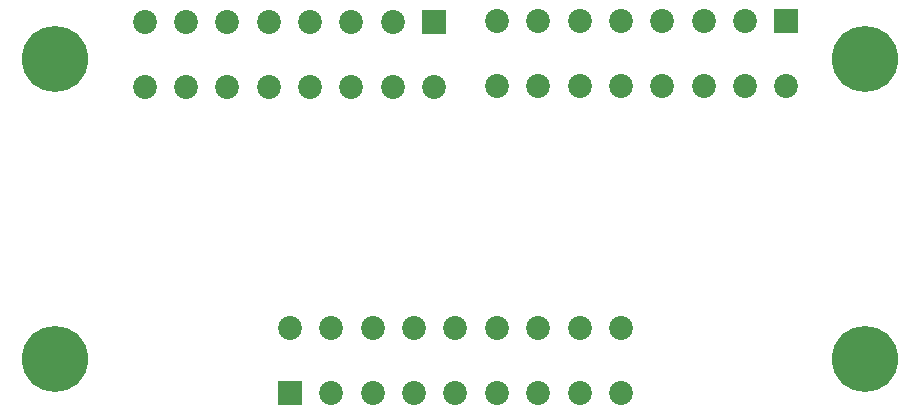
<source format=gbs>
G04 #@! TF.GenerationSoftware,KiCad,Pcbnew,7.0.7*
G04 #@! TF.CreationDate,2023-09-05T00:06:28-07:00*
G04 #@! TF.ProjectId,Solenoid Board Ground Systems V1.1,536f6c65-6e6f-4696-9420-426f61726420,rev?*
G04 #@! TF.SameCoordinates,Original*
G04 #@! TF.FileFunction,Soldermask,Bot*
G04 #@! TF.FilePolarity,Negative*
%FSLAX46Y46*%
G04 Gerber Fmt 4.6, Leading zero omitted, Abs format (unit mm)*
G04 Created by KiCad (PCBNEW 7.0.7) date 2023-09-05 00:06:28*
%MOMM*%
%LPD*%
G01*
G04 APERTURE LIST*
%ADD10R,2.025000X2.025000*%
%ADD11C,2.025000*%
%ADD12C,3.600000*%
%ADD13C,5.600000*%
G04 APERTURE END LIST*
D10*
X61310000Y-28610000D03*
D11*
X61310000Y-34110000D03*
X57810000Y-28610000D03*
X57810000Y-34110000D03*
X54310000Y-28610000D03*
X54310000Y-34110000D03*
X50810000Y-28610000D03*
X50810000Y-34110000D03*
X47310000Y-28610000D03*
X47310000Y-34110000D03*
X43810000Y-28610000D03*
X43810000Y-34110000D03*
X40310000Y-28610000D03*
X40310000Y-34110000D03*
X36810000Y-28610000D03*
X36810000Y-34110000D03*
D12*
X97790000Y-31750000D03*
D13*
X97790000Y-31750000D03*
D12*
X29210000Y-31750000D03*
D13*
X29210000Y-31750000D03*
D10*
X91120000Y-28570000D03*
D11*
X91120000Y-34070000D03*
X87620000Y-28570000D03*
X87620000Y-34070000D03*
X84120000Y-28570000D03*
X84120000Y-34070000D03*
X80620000Y-28570000D03*
X80620000Y-34070000D03*
X77120000Y-28570000D03*
X77120000Y-34070000D03*
X73620000Y-28570000D03*
X73620000Y-34070000D03*
X70120000Y-28570000D03*
X70120000Y-34070000D03*
X66620000Y-28570000D03*
X66620000Y-34070000D03*
D12*
X29210000Y-57150000D03*
D13*
X29210000Y-57150000D03*
D12*
X97790000Y-57150000D03*
D13*
X97790000Y-57150000D03*
D10*
X49120000Y-60060000D03*
D11*
X49120000Y-54560000D03*
X52620000Y-60060000D03*
X52620000Y-54560000D03*
X56120000Y-60060000D03*
X56120000Y-54560000D03*
X59620000Y-60060000D03*
X59620000Y-54560000D03*
X63120000Y-60060000D03*
X63120000Y-54560000D03*
X66620000Y-60060000D03*
X66620000Y-54560000D03*
X70120000Y-60060000D03*
X70120000Y-54560000D03*
X73620000Y-60060000D03*
X73620000Y-54560000D03*
X77120000Y-60060000D03*
X77120000Y-54560000D03*
M02*

</source>
